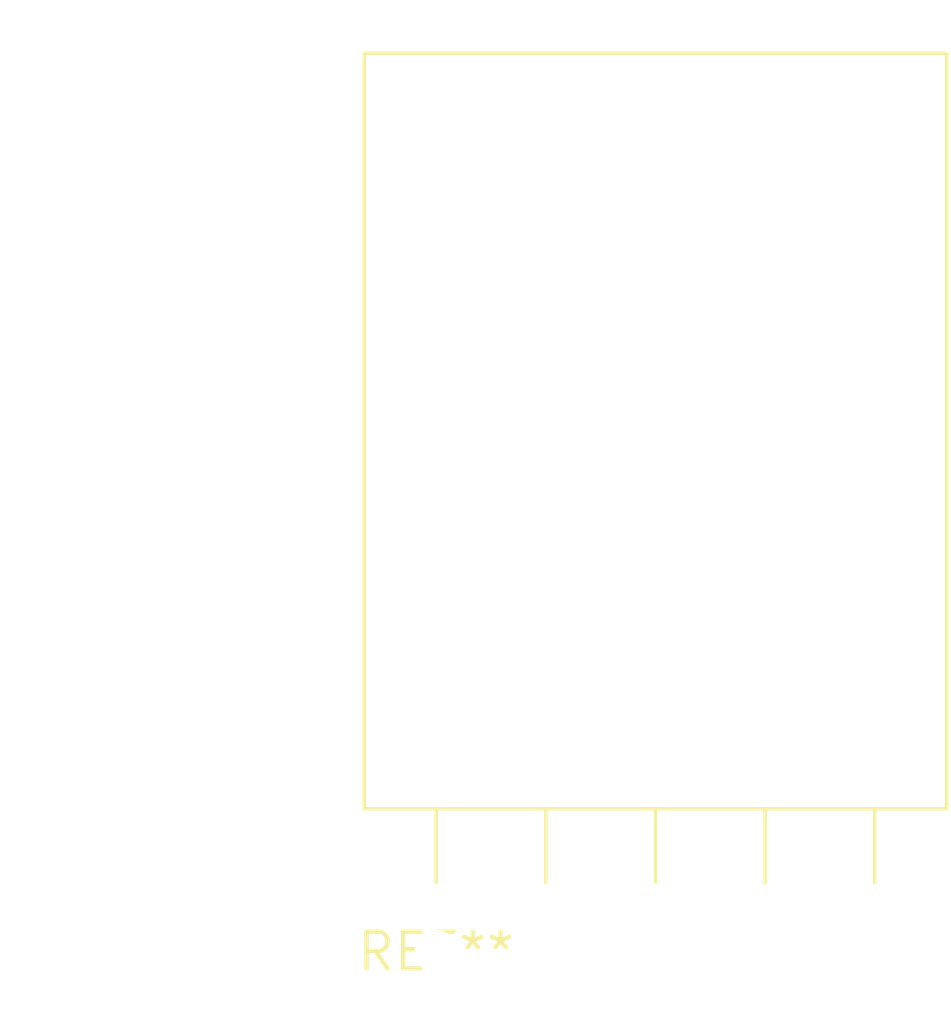
<source format=kicad_pcb>
(kicad_pcb (version 20240108) (generator pcbnew)
  (layers (0 "F.Cu" signal) (31 "B.Cu" signal) (34 "B.Paste" user) (35 "F.Paste" user) (36 "B.SilkS" user "B.Silkscreen") (37 "F.SilkS" user "F.Silkscreen") (38 "B.Mask" user) (39 "F.Mask" user) (44 "Edge.Cuts" user))
  (net 0 "")
  (footprint "TO-264-5_Horizontal_TabDown" (layer "F.Cu") (at 0 0)
    (property "Reference" "REF**")
    (property "Value" "TO-264-5_Horizontal_TabDown")
    (fp_line (start -2.5 -31.2) (end -2.5 -4.96) (layer "F.SilkS") (stroke (width 0.12)))
    (fp_line (start -2.5 -31.2) (end 17.74 -31.2) (layer "F.SilkS") (stroke (width 0.12)))
    (fp_line (start -2.5 -4.96) (end 17.74 -4.96) (layer "F.SilkS") (stroke (width 0.12)))
    (fp_line (start 0 -4.96) (end 0 -2.4) (layer "F.SilkS") (stroke (width 0.12)))
    (fp_line (start 3.81 -4.96) (end 3.81 -2.4) (layer "F.SilkS") (stroke (width 0.12)))
    (fp_line (start 7.62 -4.96) (end 7.62 -2.4) (layer "F.SilkS") (stroke (width 0.12)))
    (fp_line (start 11.43 -4.96) (end 11.43 -2.4) (layer "F.SilkS") (stroke (width 0.12)))
    (fp_line (start 15.24 -4.96) (end 15.24 -2.4) (layer "F.SilkS") (stroke (width 0.12)))
    (fp_line (start 17.74 -31.2) (end 17.74 -4.96) (layer "F.SilkS") (stroke (width 0.12)))
    (pad "" np_thru_hole oval (at 7.62 -25.08) (size 3.3 3.3) (drill 3.3) (layers *.Cu *.Mask))
    (pad "1" thru_hole rect (at 0 0) (size 2.5 4.5) (drill 1.5) (layers *.Cu *.Mask) (remove_unused_layers))
    (pad "2" thru_hole oval (at 3.81 0) (size 2.5 4.5) (drill 1.5) (layers *.Cu *.Mask) (remove_unused_layers))
    (pad "3" thru_hole oval (at 7.62 0) (size 2.5 4.5) (drill 1.5) (layers *.Cu *.Mask) (remove_unused_layers))
    (pad "4" thru_hole oval (at 11.43 0) (size 2.5 4.5) (drill 1.5) (layers *.Cu *.Mask) (remove_unused_layers))
    (pad "5" thru_hole oval (at 15.24 0) (size 2.5 4.5) (drill 1.5) (layers *.Cu *.Mask) (remove_unused_layers))
  )
)
</source>
